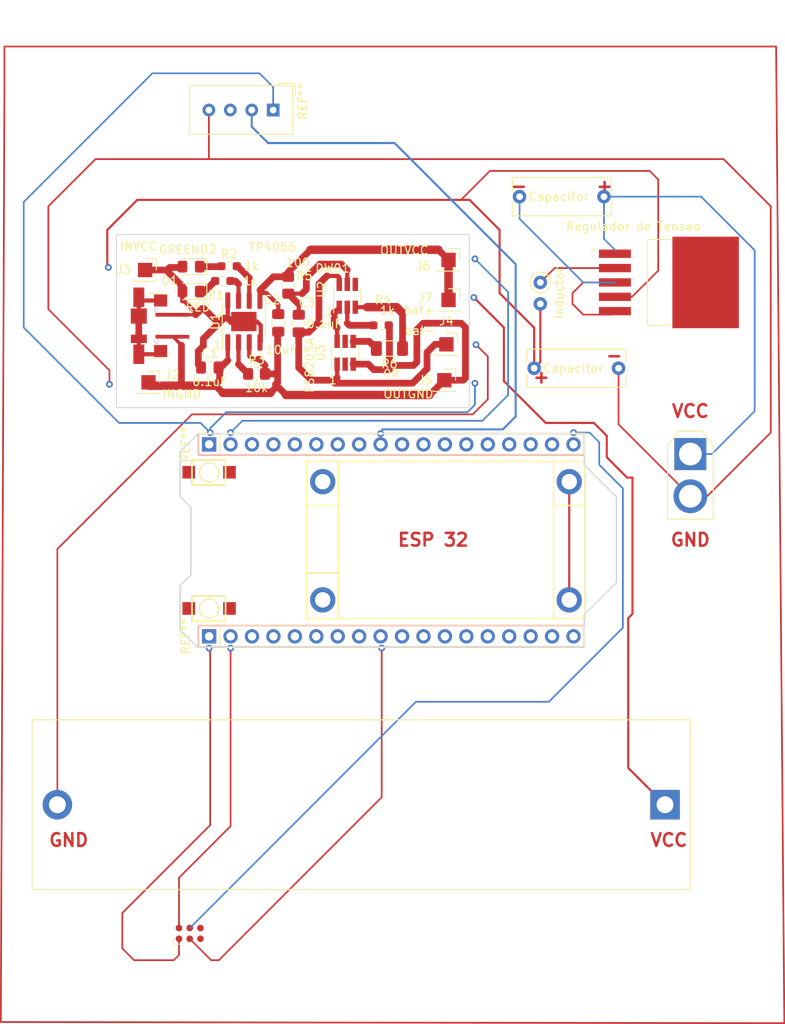
<source format=kicad_pcb>
(kicad_pcb (version 20211014) (generator pcbnew)
  (title_block (title "Layout PCB ESP32 Lora OLED TP4056 LM2096") (date "06/04/2021") (rev "Rafael Pascale"))
  (layers (0 "F.Cu" signal) (31 "B.Cu" signal) (34 "B.Paste" user) (35 "F.Paste" user) (36 "B.SilkS" user "B.Silkscreen") (37 "F.SilkS" user "F.Silkscreen") (38 "B.Mask" user) (39 "F.Mask" user) (44 "Edge.Cuts" user))
  (net 0 "")
  (net 1 "GND")
  (net 2 "BAT+")
  (net 3 "Net-(R1-Pad2)")
  (net 4 "Net-(D1-Pad1)")
  (net 5 "VIN")
  (net 6 "Net-(D2-Pad1)")
  (net 7 "Net-(C3-Pad1)")
  (net 8 "Net-(R2-Pad2)")
  (net 9 "Net-(R4-Pad2)")
  (net 10 "Net-(R3-Pad1)")
  (net 11 "BAT-")
  (net 13 "/OC")
  (net 16 "/G2")
  (net 17 "/G1")
  (net 18 "unconnected-(J1-Pad6)")
  (footprint "Connector_PinSocket_2.54mm:PinSocket_1x18_P2.54mm_Vertical" (layer "F.Cu") (at 76.327 78.867 90)
    (fp_text reference "REF**")
    (fp_text value "PinSocket_1x18_P2.54mm_Vertical")
  )
  (footprint "Connector_PinSocket_2.54mm:PinSocket_1x18_P2.54mm_Vertical" (layer "F.Cu") (at 76.327 101.6 90)
    (fp_text reference "REF**")
    (fp_text value "PinSocket_1x18_P2.54mm_Vertical")
  )
  (footprint "Connector_PinSocket_2.54mm:PinSocket_1x01_P2.54mm_Vertical" (layer "F.Cu") (at 104.1948 71.269)
    (fp_text reference "J5")
    (fp_text value "Conn_01x01_Female" hide)
  )
  (footprint "Resistor_SMD:R_0603_1608Metric_Pad0.98x0.95mm_HandSolder" (layer "F.Cu") (at 96.6948 64.769 180)
    (fp_text reference "R4")
    (fp_text value "1k")
  )
  (footprint "LM2596S-5:TO170P1524X483-6N" (layer "F.Cu") (at 130.81 59.69)
    (fp_text reference "Regulador de Tensao ")
    (fp_text value "LM2596S-5")
  )
  (footprint "Package_TO_SOT_SMD:SOT-23-6_Handsoldering" (layer "F.Cu") (at 92.6948 61.269 90)
    (fp_text reference "U2")
    (fp_text value "DW01")
  )
  (footprint "Connector_PinSocket_2.54mm:PinSocket_1x01_P2.54mm_Vertical" (layer "F.Cu") (at 104.4448 67.019)
    (fp_text reference "J4")
    (fp_text value "Conn_01x01_Female" hide)
  )
  (footprint "TACK_SWITCH_3X4X2_1" (layer "F.Cu") (at 74.295 83.693)
    (fp_text reference "S2" hide)
    (fp_text value "BTN-0" hide)
  )
  (footprint "TACK_SWITCH_3X4X2_1" (layer "F.Cu") (at 74.295 99.822)
    (fp_text reference "S1" hide)
    (fp_text value "RESET" hide)
  )
  (footprint "Package_SO:SOIC-8-1EP_3.9x4.9mm_P1.27mm_EP2.29x3mm" (layer "F.Cu") (at 80.4448 64.319 90)
    (fp_text reference "U1")
    (fp_text value "TP4056")
  )
  (footprint "Connector_PinSocket_2.54mm:PinSocket_1x01_P2.54mm_Vertical" (layer "F.Cu") (at 104.6948 57.019)
    (fp_text reference "J6")
    (fp_text value "Conn_01x01_Female" hide)
  )
  (footprint "Resistor_SMD:R_0603_1608Metric_Pad0.98x0.95mm_HandSolder" (layer "F.Cu") (at 78.6948 57.769)
    (fp_text reference "R2")
    (fp_text value "1k")
  )
  (footprint "Resistor_SMD:R_1206_3216Metric_Pad1.30x1.75mm_HandSolder" (layer "F.Cu") (at 97.6948 67.519 180)
    (fp_text reference "R6")
    (fp_text value "0R")
  )
  (footprint "Sensor:Aosong_DHT11_5.5x12.0_P2.54mm" (layer "F.Cu") (at 83.9175 39.2725 -90)
    (fp_text reference "REF**")
    (fp_text value "Aosong_DHT11_5.5x12.0_P2.54mm")
  )
  (footprint "Connector_PinSocket_2.54mm:PinSocket_1x01_P2.54mm_Vertical" (layer "F.Cu") (at 104.6948 61.769)
    (fp_text reference "J7")
    (fp_text value "Conn_01x01_Female" hide)
  )
  (footprint "Capacitor_SMD:C_0805_2012Metric_Pad1.18x1.45mm_HandSolder" (layer "F.Cu") (at 76.4073 69.769)
    (fp_text reference "C1")
    (fp_text value "0.1uF")
  )
  (footprint "" (layer "F.Cu") (at 118.999 97.282)
    (fp_text reference "")
    (fp_text value "")
  )
  (footprint "LED_SMD:LED_0805_2012Metric_Pad1.15x1.40mm_HandSolder" (layer "F.Cu") (at 74.1948 60.769 180)
    (fp_text reference "D1")
    (fp_text value "RED")
  )
  (footprint "Resistor_SMD:R_0805_2012Metric_Pad1.20x1.40mm_HandSolder" (layer "F.Cu") (at 85.6948 60.019 -90)
    (fp_text reference "R5")
    (fp_text value "100")
  )
  (footprint "Connector_PinSocket_2.54mm:PinSocket_1x01_P2.54mm_Vertical" (layer "F.Cu") (at 69.1448 71.519)
    (fp_text reference "J2")
    (fp_text value "Conn_01x01_Female" hide)
  )
  (footprint "" (layer "F.Cu") (at 118.999 83.2866)
    (fp_text reference "")
    (fp_text value "")
  )
  (footprint "Capacitor_SMD:C_0805_2012Metric_Pad1.18x1.45mm_HandSolder" (layer "F.Cu") (at 84.5198 64.4815 -90)
    (fp_text reference "C2")
    (fp_text value "10uF")
  )
  (footprint "Resistor_SMD:R_0805_2012Metric_Pad1.20x1.40mm_HandSolder" (layer "F.Cu") (at 81.9448 70.519)
    (fp_text reference "R3")
    (fp_text value "10k")
  )
  (footprint "Resistor_SMD:R_0603_1608Metric_Pad0.98x0.95mm_HandSolder" (layer "F.Cu") (at 77.9448 59.519)
    (fp_text reference "R1")
    (fp_text value "1k")
  )
  (footprint "Inductor_THT:L_Axial_L5.3mm_D2.2mm_P2.54mm_Vertical_Vishay_IM-1" (layer "F.Cu") (at 115.57 59.69 -90)
    (fp_text reference "Inductor")
    (fp_text value "33uF")
  )
  (footprint "Connector_PinSocket_2.54mm:PinSocket_1x01_P2.54mm_Vertical" (layer "F.Cu") (at 68.7448 58.219)
    (fp_text reference "J3")
    (fp_text value "Conn_01x01_Female" hide)
  )
  (footprint "Capacitor_SMD:C_0805_2012Metric_Pad1.18x1.45mm_HandSolder" (layer "F.Cu") (at 86.9448 64.5565 -90)
    (fp_text reference "C3")
    (fp_text value "0.1uF")
  )
  (footprint "Capacitor_THT:C_Rect_L11.5mm_W4.3mm_P10.00mm_MKT" (layer "F.Cu") (at 114.84 69.85)
    (fp_text reference "Capacitor ")
    (fp_text value "220nF")
  )
  (footprint "Package_TO_SOT_SMD:SOT-23-6_Handsoldering" (layer "F.Cu") (at 92.4448 68.019 90)
    (fp_text reference "U3")
    (fp_text value "FS8205A")
  )
  (footprint "LED_SMD:LED_0805_2012Metric_Pad1.15x1.40mm_HandSolder" (layer "F.Cu") (at 74.1948 57.819 180)
    (fp_text reference "D2")
    (fp_text value "GREEN")
  )
  (footprint "" (layer "F.Cu") (at 89.789 83.2866)
    (fp_text reference "")
    (fp_text value "")
  )
  (footprint "" (layer "F.Cu") (at 89.789 97.282)
    (fp_text reference "")
    (fp_text value "")
  )
  (footprint "Battery:BatteryHolder_MPD_BH-18650-PC2" (layer "F.Cu") (at 130.3483 121.539 180)
    (fp_text reference "REF**" hide)
    (fp_text value "Bateria 18650")
  )
  (footprint "Connector_AMASS:AMASS_XT30U-F_1x02_P5.0mm_Vertical" (layer "F.Cu") (at 133.35 80.01 -90)
    (fp_text reference "REF**" hide)
    (fp_text value "Conector da Alimentação")
  )
  (footprint "Capacitor_THT:C_Rect_L11.5mm_W4.3mm_P10.00mm_MKT" (layer "F.Cu") (at 113.11 49.53)
    (fp_text reference "Capacitor ")
    (fp_text value "680nF")
  )
  (footprint "usb_footprint:tp4056_USB_Micro-B_Molex_47346-0001_fix" (layer "F.Cu") (at 69.1973 64.819 -90)
    (fp_text reference "J1" hide)
    (fp_text value "USB_B_Micro" hide)
  )
  (footprint "Connector:Tag-Connect_TC2030-IDC-NL_2x03_P1.27mm_Vertical" (layer "F.Cu") (at 74.0283 136.779)
    (fp_text reference "REF**" hide)
    (fp_text value "Conector Display I2C")
  )
  (footprint "HDR1X18_1" (layer "B.Cu") (at 76.327 101.6 180)
    (fp_text reference "JP2" hide)
    (fp_text value "Header 18" hide)
  )
  (footprint "HDR1X18_1" (layer "B.Cu") (at 76.327 78.867 180)
    (fp_text reference "JP3" hide)
    (fp_text value "Header 18" hide)
  )
  (gr_line (start 52.07 31.75) (end 52.07 36.83) (layer "F.Cu") (width 0.2))
  (gr_line (start 144.484032 147.412392) (end 143.51 31.75) (layer "F.Cu") (width 0.2))
  (gr_line (start 143.51 31.75) (end 52.07 31.75) (layer "F.Cu") (width 0.2))
  (gr_line (start 51.648754 147.273021) (end 144.484032 147.412392) (layer "F.Cu") (width 0.2))
  (gr_line (start 52.07 36.83) (end 51.648754 147.273021) (layer "F.Cu") (width 0.2))
  (gr_line (start 120.8786 99.4918) (end 120.8786 80.899) (layer "F.SilkS") (width 0.1778))
  (gr_line (start 87.884 94.107) (end 91.6432 94.107) (layer "F.SilkS") (width 0.1778))
  (gr_line (start 91.6432 99.4918) (end 91.6432 80.899) (layer "F.SilkS") (width 0.1778))
  (gr_line (start 87.884 80.899) (end 120.8786 80.899) (layer "F.SilkS") (width 0.1778))
  (gr_line (start 117.1448 99.4918) (end 117.1448 80.899) (layer "F.SilkS") (width 0.1778))
  (gr_line (start 117.1448 86.106) (end 120.8786 86.106) (layer "F.SilkS") (width 0.1778))
  (gr_line (start 87.884 99.4918) (end 120.8786 99.4918) (layer "F.SilkS") (width 0.1778))
  (gr_line (start 87.884 99.4918) (end 87.884 80.899) (layer "F.SilkS") (width 0.1778))
  (gr_line (start 87.884 86.106) (end 91.6432 86.106) (layer "F.SilkS") (width 0.1778))
  (gr_rect (start 65.3448 54.019) (end 107.1448 74.519) (layer "Edge.Cuts") (width 0.1) (fill none))
  (gr_line (start 75.057 77.597) (end 120.777 77.597) (layer "Edge.Cuts") (width 0.1524))
  (gr_line (start 72.898 100.838) (end 72.898 95.5802) (layer "Edge.Cuts") (width 0.1524))
  (gr_line (start 74.168 94.3102) (end 74.168 86.3092) (layer "Edge.Cuts") (width 0.1524))
  (gr_line (start 72.898 79.756) (end 75.057 77.597) (layer "Edge.Cuts") (width 0.1524))
  (gr_line (start 120.777 81.28) (end 120.777 77.597) (layer "Edge.Cuts") (width 0.1524))
  (gr_line (start 72.898 85.0392) (end 72.898 79.756) (layer "Edge.Cuts") (width 0.1524))
  (gr_line (start 72.898 95.5802) (end 74.168 94.3102) (layer "Edge.Cuts") (width 0.1524))
  (gr_line (start 72.898 85.0392) (end 74.168 86.3092) (layer "Edge.Cuts") (width 0.1524))
  (gr_line (start 124.587 95.25) (end 124.587 85.09) (layer "Edge.Cuts") (width 0.1524))
  (gr_line (start 120.777 81.28) (end 124.587 85.09) (layer "Edge.Cuts") (width 0.1524))
  (gr_line (start 72.898 100.838) (end 74.93 102.87) (layer "Edge.Cuts") (width 0.1524))
  (gr_line (start 120.777 102.87) (end 120.777 99.06) (layer "Edge.Cuts") (width 0.1524))
  (gr_line (start 74.93 102.87) (end 120.777 102.87) (layer "Edge.Cuts") (width 0.1524))
  (gr_line (start 120.777 99.06) (end 124.587 95.25) (layer "Edge.Cuts") (width 0.1524))
  (gr_text "+\n" (at 115.697 70.866) (layer "F.Cu") (effects (font (size 1.5 1.5) (thickness 0.3))))
  (gr_text "GND" (at 59.69 125.73) (layer "F.Cu") (effects (font (size 1.5 1.5) (thickness 0.3))))
  (gr_text "-\n" (at 124.333 68.326) (layer "F.Cu") (effects (font (size 1.5 1.5) (thickness 0.3))))
  (gr_text "+" (at 123.19 48.26) (layer "F.Cu") (effects (font (size 1.5 1.5) (thickness 0.3))))
  (gr_text "-\n" (at 113.03 48.26) (layer "F.Cu") (effects (font (size 1.5 1.5) (thickness 0.3))))
  (gr_text "GND" (at 133.35 90.17) (layer "F.Cu") (effects (font (size 1.5 1.5) (thickness 0.3))))
  (gr_text "VCC" (at 130.81 125.73) (layer "F.Cu") (effects (font (size 1.5 1.5) (thickness 0.3))))
  (gr_text "ESP 32" (at 102.87 90.17) (layer "F.Cu") (effects (font (size 1.5 1.5) (thickness 0.3))))
  (gr_text "VCC" (at 133.35 74.93) (layer "F.Cu") (effects (font (size 1.5 1.5) (thickness 0.3))))
  (gr_text "1" (at 77.3348 66.979) (layer "F.SilkS") (effects (font (size 1 1))))
  (gr_text "OUTVCC" (at 99.4448 55.889) (layer "F.SilkS") (effects (font (size 1 1))))
  (gr_text "1" (at 90.5548 63.219) (layer "F.SilkS") (effects (font (size 1 1))))
  (gr_text "bat+" (at 101.2248 62.959) (layer "F.SilkS") (effects (font (size 1 1))))
  (gr_text "1" (at 90.9748 71.249) (layer "F.SilkS") (effects (font (size 1 1))))
  (gr_text "OUTGND" (at 99.9448 72.899) (layer "F.SilkS") (effects (font (size 1 1))))
  (gr_text "INGND" (at 73.0748 72.939) (layer "F.SilkS") (effects (font (size 1 1))))
  (gr_text "INVCC" (at 67.9648 55.419) (layer "F.SilkS") (effects (font (size 1 1))))
  (gr_text "bat-" (at 101.3048 65.399) (layer "F.SilkS") (effects (font (size 1 1))))
  (segment (start 76.327 102.997) (end 76.581 102.997) (width 0.2) (layer "F.Cu") (net 0))
  (segment (start 64.262 57.785) (end 64.389 57.912) (width 0.25) (layer "F.Cu") (net 0))
  (segment (start 125.984 117.1747) (end 130.3483 121.539) (width 0.25) (layer "F.Cu") (net 0))
  (segment (start 137.287 45.085) (end 76.327 45.085) (width 0.2) (layer "F.Cu") (net 0))
  (segment (start 111.252 71.374) (end 116.205 76.327) (width 0.25) (layer "F.Cu") (net 0))
  (segment (start 129.54 58.293) (end 129.54 47.498) (width 0.2) (layer "F.Cu") (net 0))
  (segment (start 66.04 134.366) (end 76.454 123.952) (width 0.2) (layer "F.Cu") (net 0))
  (segment (start 64.516 70.104) (end 64.516 71.755) (width 0.2) (layer "F.Cu") (net 0))
  (segment (start 124.41 59.69) (end 120.65 59.69) (width 0.2) (layer "F.Cu") (net 0))
  (segment (start 126.492 98.933) (end 125.984 99.441) (width 0.25) (layer "F.Cu") (net 0))
  (segment (start 142.875 50.673) (end 137.287 45.085) (width 0.2) (layer "F.Cu") (net 0))
  (segment (start 78.867 124.079) (end 72.7583 130.1877) (width 0.2) (layer "F.Cu") (net 0))
  (segment (start 128.524 46.482) (end 109.601 46.482) (width 0.2) (layer "F.Cu") (net 0))
  (segment (start 117.27 57.99) (end 115.57 59.69) (width 0.2) (layer "F.Cu") (net 0))
  (segment (start 72.7583 139.3317) (end 72.136 139.954) (width 0.2) (layer "F.Cu") (net 0))
  (segment (start 124.84 76.5) (end 133.35 85.01) (width 0.2) (layer "F.Cu") (net 0))
  (segment (start 133.35 85.01) (end 135.335 85.01) (width 0.2) (layer "F.Cu") (net 0))
  (segment (start 142.875 77.47) (end 142.875 50.673) (width 0.2) (layer "F.Cu") (net 0))
  (segment (start 126.492 82.804) (end 126.492 98.933) (width 0.25) (layer "F.Cu") (net 0))
  (segment (start 121.92 76.327) (end 123.444 77.851) (width 0.25) (layer "F.Cu") (net 0))
  (segment (start 124 63.5) (end 124.41 63.09) (width 0.2) (layer "F.Cu") (net 0))
  (segment (start 76.2975 39.2725) (end 76.2975 45.0555) (width 0.2) (layer "F.Cu") (net 0))
  (segment (start 72.7583 137.414) (end 72.7583 139.3317) (width 0.2) (layer "F.Cu") (net 0))
  (segment (start 107.696 61.468) (end 111.252 65.024) (width 0.25) (layer "F.Cu") (net 0))
  (segment (start 109.347 68.453) (end 109.347 73.533) (width 0.2) (layer "F.Cu") (net 0))
  (segment (start 125.984 99.441) (end 125.984 117.1747) (width 0.25) (layer "F.Cu") (net 0))
  (segment (start 111.252 65.024) (end 111.252 71.374) (width 0.25) (layer "F.Cu") (net 0))
  (segment (start 76.454 103.124) (end 76.327 102.997) (width 0.2) (layer "F.Cu") (net 0))
  (segment (start 135.335 85.01) (end 142.875 77.47) (width 0.2) (layer "F.Cu") (net 0))
  (segment (start 76.5683 139.954) (end 74.0283 137.414) (width 0.2) (layer "F.Cu") (net 0))
  (segment (start 126.443 61.39) (end 129.54 58.293) (width 0.2) (layer "F.Cu") (net 0))
  (segment (start 124.41 57.99) (end 117.27 57.99) (width 0.2) (layer "F.Cu") (net 0))
  (segment (start 114.84 65.056) (end 110.744 60.96) (width 0.25) (layer "F.Cu") (net 0))
  (segment (start 120.65 59.69) (end 119.38 60.96) (width 0.2) (layer "F.Cu") (net 0))
  (segment (start 109.347 73.533) (end 107.569 75.311) (width 0.2) (layer "F.Cu") (net 0))
  (segment (start 125.857 82.804) (end 126.492 82.804) (width 0.25) (layer "F.Cu") (net 0))
  (segment (start 62.865 45.085) (end 57.277 50.673) (width 0.2) (layer "F.Cu") (net 0))
  (segment (start 123.444 77.851) (end 123.444 80.391) (width 0.25) (layer "F.Cu") (net 0))
  (segment (start 57.277 50.673) (end 57.277 62.865) (width 0.2) (layer "F.Cu") (net 0))
  (segment (start 67.818 49.911) (end 64.262 53.467) (width 0.25) (layer "F.Cu") (net 0))
  (segment (start 76.2975 45.0555) (end 76.327 45.085) (width 0.2) (layer "F.Cu") (net 0))
  (segment (start 115.57 69.12) (end 114.84 69.85) (width 0.25) (layer "F.Cu") (net 0))
  (segment (start 58.166 121.3567) (end 58.3483 121.539) (width 0.2) (layer "F.Cu") (net 0))
  (segment (start 123.444 80.391) (end 125.857 82.804) (width 0.25) (layer "F.Cu") (net 0))
  (segment (start 110.744 53.467) (end 107.188 49.911) (width 0.25) (layer "F.Cu") (net 0))
  (segment (start 96.774 102.997) (end 96.774 120.65) (width 0.2) (layer "F.Cu") (net 0))
  (segment (start 107.95 67.056) (end 109.347 68.453) (width 0.2) (layer "F.Cu") (net 0))
  (segment (start 107.569 75.311) (end 74.295 75.311) (width 0.2) (layer "F.Cu") (net 0))
  (segment (start 109.601 46.482) (end 106.172 49.911) (width 0.2) (layer "F.Cu") (net 0))
  (segment (start 110.744 60.96) (end 110.744 53.467) (width 0.25) (layer "F.Cu") (net 0))
  (segment (start 72.136 139.954) (end 67.437 139.954) (width 0.2) (layer "F.Cu") (net 0))
  (segment (start 96.774 120.65) (end 77.47 139.954) (width 0.2) (layer "F.Cu") (net 0))
  (segment (start 57.277 62.865) (end 64.516 70.104) (width 0.2) (layer "F.Cu") (net 0))
  (segment (start 78.867 102.997) (end 78.867 124.079) (width 0.2) (layer "F.Cu") (net 0))
  (segment (start 58.3483 91.2577) (end 58.3483 121.539) (width 0.2) (layer "F.Cu") (net 0))
  (segment (start 106.172 49.911) (end 67.818 49.911) (width 0.25) (layer "F.Cu") (net 0))
  (segment (start 124.84 69.85) (end 124.84 76.5) (width 0.2) (layer "F.Cu") (net 0))
  (segment (start 107.188 49.911) (end 106.172 49.911) (width 0.25) (layer "F.Cu") (net 0))
  (segment (start 76.454 123.952) (end 76.454 103.124) (width 0.2) (layer "F.Cu") (net 0))
  (segment (start 67.437 139.954) (end 66.04 138.557) (width 0.2) (layer "F.Cu") (net 0))
  (segment (start 129.54 47.498) (end 128.524 46.482) (width 0.2) (layer "F.Cu") (net 0))
  (segment (start 72.7583 130.1877) (end 72.7583 136.144) (width 0.2) (layer "F.Cu") (net 0))
  (segment (start 124.41 61.39) (end 126.443 61.39) (width 0.2) (layer "F.Cu") (net 0))
  (segment (start 120.65 63.5) (end 124 63.5) (width 0.2) (layer "F.Cu") (net 0))
  (segment (start 115.57 62.23) (end 115.57 69.12) (width 0.25) (layer "F.Cu") (net 0))
  (segment (start 114.84 69.85) (end 114.84 65.056) (width 0.25) (layer "F.Cu") (net 0))
  (segment (start 76.327 45.085) (end 62.865 45.085) (width 0.2) (layer "F.Cu") (net 0))
  (segment (start 116.205 76.327) (end 121.92 76.327) (width 0.25) (layer "F.Cu") (net 0))
  (segment (start 77.47 139.954) (end 76.5683 139.954) (width 0.2) (layer "F.Cu") (net 0))
  (segment (start 119.38 62.23) (end 120.65 63.5) (width 0.2) (layer "F.Cu") (net 0))
  (segment (start 66.04 138.557) (end 66.04 134.366) (width 0.2) (layer "F.Cu") (net 0))
  (segment (start 64.262 53.467) (end 64.262 57.785) (width 0.25) (layer "F.Cu") (net 0))
  (segment (start 119.38 60.96) (end 119.38 62.23) (width 0.2) (layer "F.Cu") (net 0))
  (segment (start 74.295 75.311) (end 58.3483 91.2577) (width 0.2) (layer "F.Cu") (net 0))
  (via (at 64.389 57.912) (size 0.8) (drill 0.4) (layers "F.Cu" "B.Cu") (net 0))
  (via (at 107.696 61.468) (size 0.8) (drill 0.4) (layers "F.Cu" "B.Cu") (net 0))
  (via (at 107.95 67.056) (size 0.8) (drill 0.4) (layers "F.Cu" "B.Cu") (net 0))
  (via (at 119.507 77.47) (size 0.8) (drill 0.4) (layers "F.Cu" "B.Cu") (net 0))
  (via (at 78.867 102.997) (size 0.8) (drill 0.4) (layers "F.Cu" "B.Cu") (net 0))
  (via (at 107.823 71.628) (size 0.8) (drill 0.4) (layers "F.Cu" "B.Cu") (net 0))
  (via (at 107.823 56.896) (size 0.8) (drill 0.4) (layers "F.Cu" "B.Cu") (net 0))
  (via (at 64.516 71.755) (size 0.8) (drill 0.4) (layers "F.Cu" "B.Cu") (net 0))
  (via (at 76.327 102.997) (size 0.8) (drill 0.4) (layers "F.Cu" "B.Cu") (net 0))
  (via (at 96.647 77.597) (size 0.8) (drill 0.4) (layers "F.Cu" "B.Cu") (net 0))
  (via (at 78.867 77.47) (size 0.8) (drill 0.4) (layers "F.Cu" "B.Cu") (net 0))
  (via (at 96.774 102.997) (size 0.8) (drill 0.4) (layers "F.Cu" "B.Cu") (net 0))
  (via (at 76.454 77.47) (size 0.8) (drill 0.4) (layers "F.Cu" "B.Cu") (net 0))
  (via (at 76.2 78.867) (size 0.8) (drill 0.4) (layers "F.Cu" "B.Cu") (net 0))
  (segment (start 54.356 65.024) (end 54.356 50.165) (width 0.2) (layer "B.Cu") (net 0))
  (segment (start 78.867 77.47) (end 80.264 76.073) (width 0.2) (layer "B.Cu") (net 0))
  (segment (start 116.586 109.347) (end 100.838 109.347) (width 0.2) (layer "B.Cu") (net 0))
  (segment (start 123.11 49.53) (end 123.11 54.53) (width 0.2) (layer "B.Cu") (net 0))
  (segment (start 134.62 49.53) (end 140.97 55.88) (width 0.2) (layer "B.Cu") (net 0))
  (segment (start 107.823 71.628) (end 107.823 74.168) (width 0.2) (layer "B.Cu") (net 0))
  (segment (start 76.581 77.47) (end 76.454 77.47) (width 0.2) (layer "B.Cu") (net 0))
  (segment (start 113.11 49.53) (end 113.11 52.15) (width 0.2) (layer "B.Cu") (net 0))
  (segment (start 111.125 77.089) (end 108.331 77.089) (width 0.25) (layer "B.Cu") (net 0))
  (segment (start 65.659 76.327) (end 54.356 65.024) (width 0.2) (layer "B.Cu") (net 0))
  (segment (start 78.359 75.057) (end 76.454 76.962) (width 0.2) (layer "B.Cu") (net 0))
  (segment (start 112.649 57.531) (end 112.649 75.565) (width 0.25) (layer "B.Cu") (net 0))
  (segment (start 82.296 34.925) (end 83.9175 36.5465) (width 0.2) (layer "B.Cu") (net 0))
  (segment (start 120.65 59.69) (end 124.46 59.69) (width 0.2) (layer "B.Cu") (net 0))
  (segment (start 96.901 77.089) (end 108.331 77.089) (width 0.25) (layer "B.Cu") (net 0))
  (segment (start 111.76 73.025) (end 111.76 60.833) (width 0.2) (layer "B.Cu") (net 0))
  (segment (start 123.11 49.53) (end 134.62 49.53) (width 0.2) (layer "B.Cu") (net 0))
  (segment (start 69.596 34.925) (end 82.296 34.925) (width 0.2) (layer "B.Cu") (net 0))
  (segment (start 75.311 76.327) (end 65.659 76.327) (width 0.2) (layer "B.Cu") (net 0))
  (segment (start 106.934 75.057) (end 78.359 75.057) (width 0.2) (layer "B.Cu") (net 0))
  (segment (start 112.649 75.565) (end 111.125 77.089) (width 0.25) (layer "B.Cu") (net 0))
  (segment (start 83.312 43.18) (end 98.298 43.18) (width 0.25) (layer "B.Cu") (net 0))
  (segment (start 76.454 77.343) (end 76.581 77.47) (width 0.2) (layer "B.Cu") (net 0))
  (segment (start 76.454 76.962) (end 76.454 77.47) (width 0.2) (layer "B.Cu") (net 0))
  (segment (start 121.412 77.47) (end 122.555 78.613) (width 0.2) (layer "B.Cu") (net 0))
  (segment (start 108.331 77.089) (end 108.712 77.089) (width 0.25) (layer "B.Cu") (net 0))
  (segment (start 135.89 80.01) (end 133.35 80.01) (width 0.2) (layer "B.Cu") (net 0))
  (segment (start 81.3775 39.2725) (end 81.3775 41.2455) (width 0.25) (layer "B.Cu") (net 0))
  (segment (start 119.507 77.47) (end 121.412 77.47) (width 0.2) (layer "B.Cu") (net 0))
  (segment (start 100.838 109.347) (end 74.041 136.144) (width 0.2) (layer "B.Cu") (net 0))
  (segment (start 113.11 52.15) (end 120.65 59.69) (width 0.2) (layer "B.Cu") (net 0))
  (segment (start 81.3775 41.2455) (end 83.312 43.18) (width 0.25) (layer "B.Cu") (net 0))
  (segment (start 122.555 78.613) (end 122.555 81.28) (width 0.2) (layer "B.Cu") (net 0))
  (segment (start 140.97 55.88) (end 140.97 74.93) (width 0.2) (layer "B.Cu") (net 0))
  (segment (start 107.823 74.168) (end 106.934 75.057) (width 0.2) (layer "B.Cu") (net 0))
  (segment (start 123.11 54.53) (end 124.46 55.88) (width 0.2) (layer "B.Cu") (net 0))
  (segment (start 111.76 60.833) (end 107.823 56.896) (width 0.2) (layer "B.Cu") (net 0))
  (segment (start 80.264 76.073) (end 108.712 76.073) (width 0.2) (layer "B.Cu") (net 0))
  (segment (start 54.356 50.165) (end 69.596 34.925) (width 0.2) (layer "B.Cu") (net 0))
  (segment (start 125.349 84.074) (end 125.349 100.584) (width 0.2) (layer "B.Cu") (net 0))
  (segment (start 76.454 77.47) (end 75.311 76.327) (width 0.2) (layer "B.Cu") (net 0))
  (segment (start 108.712 76.073) (end 111.76 73.025) (width 0.2) (layer "B.Cu") (net 0))
  (segment (start 96.774 77.216) (end 96.901 77.089) (width 0.25) (layer "B.Cu") (net 0))
  (segment (start 98.298 43.18) (end 112.649 57.531) (width 0.25) (layer "B.Cu") (net 0))
  (segment (start 122.555 81.28) (end 125.349 84.074) (width 0.2) (layer "B.Cu") (net 0))
  (segment (start 140.97 74.93) (end 135.89 80.01) (width 0.2) (layer "B.Cu") (net 0))
  (segment (start 125.349 100.584) (end 116.586 109.347) (width 0.2) (layer "B.Cu") (net 0))
  (segment (start 83.9175 36.5465) (end 83.9175 39.2725) (width 0.2) (layer "B.Cu") (net 0))
  (segment (start 97.6948 64.8565) (end 97.6073 64.769) (width 0.5) (layer "F.Cu") (net 1))
  (segment (start 77.9448 72.769) (end 83.5948 72.769) (width 1) (layer "F.Cu") (net 1))
  (segment (start 95.1948 69.369) (end 95.8448 70.019) (width 0.8) (layer "F.Cu") (net 1))
  (segment (start 81.4448 68.769) (end 81.0798 68.404) (width 0.5) (layer "F.Cu") (net 1))
  (segment (start 77.5748 71.279) (end 77.5748 69.899) (width 0.8) (layer "F.Cu") (net 1))
  (segment (start 77.0948 71.759) (end 77.5748 71.279) (width 0.8) (layer "F.Cu") (net 1))
  (segment (start 97.6948 69.519) (end 100.5448 69.519) (width 0.8) (layer "F.Cu") (net 1))
  (segment (start 97.6073 64.769) (end 97.69432 64.85602) (width 0.4) (layer "F.Cu") (net 1))
  (segment (start 100.5448 69.519) (end 100.9448 69.119) (width 0.8) (layer "F.Cu") (net 1))
  (segment (start 69.1448 71.919) (end 72.6448 71.919) (width 1) (layer "F.Cu") (net 1))
  (segment (start 73.0448 67.119) (end 73.0448 71.519) (width 0.8) (layer "F.Cu") (net 1))
  (segment (start 100.9448 65.269) (end 101.6948 64.519) (width 0.8) (layer "F.Cu") (net 1))
  (segment (start 78.5398 68.924) (end 77.4448 70.019) (width 0.8) (layer "F.Cu") (net 1))
  (segment (start 84.4448 70.269) (end 84.4448 65.594) (width 0.8) (layer "F.Cu") (net 1))
  (segment (start 81.0798 68.404) (end 81.0798 66.794) (width 0.5) (layer "F.Cu") (net 1))
  (segment (start 77.5748 69.899) (end 77.4448 69.769) (width 0.8) (layer "F.Cu") (net 1))
  (segment (start 84.1948 70.519) (end 84.4448 70.269) (width 0.5) (layer "F.Cu") (net 1))
  (segment (start 106.1948 64.519) (end 106.6948 65.019) (width 0.8) (layer "F.Cu") (net 1))
  (segment (start 84.4448 71.519) (end 84.4448 70.269) (width 0.8) (layer "F.Cu") (net 1))
  (segment (start 72.6448 71.919) (end 73.4448 71.919) (width 1) (layer "F.Cu") (net 1))
  (segment (start 82.9448 69.519) (end 82.1948 68.769) (width 0.8) (layer "F.Cu") (net 1))
  (segment (start 77.0948 71.919) (end 77.4448 72.269) (width 0.8) (layer "F.Cu") (net 1))
  (segment (start 101.6948 64.519) (end 106.1948 64.519) (width 0.8) (layer "F.Cu") (net 1))
  (segment (start 102.4448 73.019) (end 104.1948 71.269) (width 0.8) (layer "F.Cu") (net 1))
  (segment (start 84.4448 65.594) (end 84.5198 65.519) (width 0.5) (layer "F.Cu") (net 1))
  (segment (start 106.6948 71.019) (end 106.4448 71.269) (width 0.8) (layer "F.Cu") (net 1))
  (segment (start 106.6948 65.019) (end 106.6948 70.9782) (width 0.8) (layer "F.Cu") (net 1))
  (segment (start 71.9673 66.119) (end 72.0448 66.119) (width 0.4) (layer "F.Cu") (net 1))
  (segment (start 97.6948 69.519) (end 97.6948 64.8565) (width 0.8) (layer "F.Cu") (net 1))
  (segment (start 82.9448 70.519) (end 82.9448 69.519) (width 0.5) (layer "F.Cu") (net 1))
  (segment (start 82.1948 68.769) (end 81.4448 68.769) (width 0.5) (layer "F.Cu") (net 1))
  (segment (start 82.9448 70.519) (end 84.1948 70.519) (width 0.8) (layer "F.Cu") (net 1))
  (segment (start 95.8448 70.019) (end 97.6948 70.019) (width 0.8) (layer "F.Cu") (net 1))
  (segment (start 73.4448 71.919) (end 77.0948 71.919) (width 1) (layer "F.Cu") (net 1))
  (segment (start 106.4448 71.269) (end 104.1948 71.269) (width 0.8) (layer "F.Cu") (net 1))
  (segment (start 77.0948 71.919) (end 77.0948 71.759) (width 0.8) (layer "F.Cu") (net 1))
  (segment (start 77.4448 72.269) (end 77.9448 72.769) (width 0.8) (layer "F.Cu") (net 1))
  (segment (start 83.5948 72.769) (end 84.1948 72.169) (width 0.8) (layer "F.Cu") (net 1))
  (segment (start 85.4448 73.019) (end 102.4448 73.019) (width 1) (layer "F.Cu") (net 1))
  (segment (start 72.0448 66.119) (end 73.0448 67.119) (width 0.4) (layer "F.Cu") (net 1))
  (segment (start 97.6948 70.019) (end 97.6948 69.519) (width 0.5) (layer "F.Cu") (net 1))
  (segment (start 93.3948 69.369) (end 95.1948 69.369) (width 0.8) (layer "F.Cu") (net 1))
  (segment (start 84.1948 72.169) (end 84.1948 71.769) (width 0.5) (layer "F.Cu") (net 1))
  (segment (start 84.1948 71.769) (end 84.4448 71.519) (width 0.8) (layer "F.Cu") (net 1))
  (segment (start 100.9448 69.119) (end 100.9448 65.269) (width 0.8) (layer "F.Cu") (net 1))
  (segment (start 106.6948 70.9782) (end 106.6948 71.019) (width 0.8) (layer "F.Cu") (net 1))
  (segment (start 78.5398 66.794) (end 78.5398 68.924) (width 0.5) (layer "F.Cu") (net 1))
  (segment (start 84.1948 71.769) (end 85.4448 73.019) (width 0.8) (layer "F.Cu") (net 1))
  (segment (start 73.0448 71.519) (end 72.6448 71.919) (width 0.4) (layer "F.Cu") (net 1))
  (segment (start 118.999 83.2866) (end 118.999 97.282) (width 0.25) (layer "F.Cu") (net 1))
  (segment (start 82.3498 60.614) (end 83.9448 59.019) (width 0.8) (layer "F.Cu") (net 2))
  (segment (start 83.0998 60.924) (end 82.3498 60.924) (width 0.5) (layer "F.Cu") (net 2))
  (segment (start 82.3498 60.924) (end 82.3498 60.614) (width 0.5) (layer "F.Cu") (net 2))
  (segment (start 84.5198 63.444) (end 84.5198 62.344) (width 0.5) (layer "F.Cu") (net 2))
  (segment (start 85.6948 59.019) (end 85.6948 58.469) (width 0.5) (layer "F.Cu") (net 2))
  (segment (start 83.9448 59.019) (end 85.6948 59.019) (width 0.8) (layer "F.Cu") (net 2))
  (segment (start 104.6948 61.769) (end 104.6948 57.019) (width 1) (layer "F.Cu") (net 2))
  (segment (start 84.5198 62.344) (end 83.0998 60.924) (width 0.5) (layer "F.Cu") (net 2))
  (segment (start 82.3498 60.924) (end 82.3498 61.844) (width 0.5) (layer "F.Cu") (net 2))
  (segment (start 88.3448 55.819) (end 103.4948 55.819) (width 1) (layer "F.Cu") (net 2))
  (segment (start 85.6948 58.469) (end 88.3448 55.819) (width 0.8) (layer "F.Cu") (net 2))
  (segment (start 103.4948 55.819) (end 103.9948 56.319) (width 0.8) (layer "F.Cu") (net 2))
  (segment (start 103.9948 56.319) (end 104.6948 57.019) (width 0.5) (layer "F.Cu") (net 2))
  (segment (start 78.8573 59.519) (end 79.4448 59.519) (width 0.5) (layer "F.Cu") (net 3))
  (segment (start 79.8098 59.884) (end 79.8098 61.844) (width 0.5) (layer "F.Cu") (net 3))
  (segment (start 79.4448 59.519) (end 79.8098 59.884) (width 0.8) (layer "F.Cu") (net 3))
  (segment (start 75.2198 60.769) (end 75.3698 60.919) (width 0.5) (layer "F.Cu") (net 4))
  (segment (start 75.6323 60.919) (end 77.0323 59.519) (width 0.8) (layer "F.Cu") (net 4))
  (segment (start 75.3698 60.919) (end 75.6323 60.919) (width 0.5) (layer "F.Cu") (net 4))
  (segment (start 73.0698 57.919) (end 73.1698 57.819) (width 0.8) (layer "F.Cu") (net 5))
  (segment (start 78.5398 63.914) (end 78.9448 64.319) (width 0.8) (layer "F.Cu") (net 5))
  (segment (start 75.3698 69.769) (end 75.0448 69.444) (width 0.5) (layer "F.Cu") (net 5))
  (segment (start 81.9948 64.319) (end 82.4448 64.769) (width 0.5) (layer "F.Cu") (net 5))
  (segment (start 71.3448 58.219) (end 71.3448 58.319) (width 0.8) (layer "F.Cu") (net 5))
  (segment (start 78.5398 61.844) (end 78.5398 63.914) (width 0.5) (layer "F.Cu") (net 5))
  (segment (start 75.1048 63.159) (end 75.4948 62.769) (width 0.8) (layer "F.Cu") (net 5))
  (segment (start 80.4448 64.319) (end 81.9948 64.319) (width 0.5) (layer "F.Cu") (net 5))
  (segment (start 73.3948 61.919) (end 74.6348 63.159) (width 0.5) (layer "F.Cu") (net 5))
  (segment (start 78.0898 63.914) (end 78.5398 63.914) (width 0.8) (layer "F.Cu") (net 5))
  (segment (start 73.1448 61.919) (end 73.3948 61.919) (width 0.5) (layer "F.Cu") (net 5))
  (segment (start 75.0448 67.819) (end 75.6448 67.219) (width 0.8) (layer "F.Cu") (net 5))
  (segment (start 71.6448 57.919) (end 73.0698 57.919) (width 0.8) (layer "F.Cu") (net 5))
  (segment (start 71.3448 58.219) (end 71.6448 57.919) (width 0.8) (layer "F.Cu") (net 5))
  (segment (start 74.6348 63.159) (end 75.1048 63.159) (width 0.5) (layer "F.Cu") (net 5))
  (segment (start 75.6948 62.769) (end 77.4648 64.539) (width 0.8) (layer "F.Cu") (net 5))
  (segment (start 82.4448 66.699) (end 82.3498 66.794) (width 0.5) (layer "F.Cu") (net 5))
  (segment (start 75.6448 66.359) (end 77.4648 64.539) (width 0.8) (layer "F.Cu") (net 5))
  (segment (start 73.1448 60.794) (end 73.1448 61.919) (width 0.5) (layer "F.Cu") (net 5))
  (segment (start 73.1698 60.144) (end 73.1698 60.769) (width 0.8) (layer "F.Cu") (net 5))
  (segment (start 71.3448 58.319) (end 73.1698 60.144) (width 0.8) (layer "F.Cu") (net 5))
  (segment (start 71.9673 63.519) (end 74.7448 63.519) (width 0.4) (layer "F.Cu") (net 5))
  (segment (start 75.6448 67.219) (end 75.6448 66.359) (width 0.8) (layer "F.Cu") (net 5))
  (segment (start 71.3448 58.219) (end 68.7448 58.219) (width 0.8) (layer "F.Cu") (net 5))
  (segment (start 73.1698 60.769) (end 73.1448 60.794) (width 0.5) (layer "F.Cu") (net 5))
  (segment (start 78.9448 64.319) (end 80.4448 64.319) (width 0.5) (layer "F.Cu") (net 5))
  (segment (start 75.4948 62.769) (end 75.6948 62.769) (width 0.4) (layer "F.Cu") (net 5))
  (segment (start 75.0448 69.444) (end 75.0448 67.819) (width 0.8) (layer "F.Cu") (net 5))
  (segment (start 77.4648 64.539) (end 78.0898 63.914) (width 0.8) (layer "F.Cu") (net 5))
  (segment (start 82.4448 64.769) (end 82.4448 66.699) (width 0.5) (layer "F.Cu") (net 5))
  (segment (start 74.7448 63.519) (end 75.1048 63.159) (width 0.8) (layer "F.Cu") (net 5))
  (segment (start 77.7323 57.819) (end 77.7823 57.769) (width 0.5) (layer "F.Cu") (net 6))
  (segment (start 75.2198 57.819) (end 77.7323 57.819) (width 0.8) (layer "F.Cu") (net 6))
  (segment (start 92.6948 58.21852) (end 91.99528 57.519) (width 0.8) (layer "F.Cu") (net 7))
  (segment (start 86.9448 63.519) (end 86.9448 62.269) (width 0.5) (layer "F.Cu") (net 7))
  (segment (start 87.8448 59.119) (end 87.8448 59.619) (width 0.8) (layer "F.Cu") (net 7))
  (segment (start 91.99528 57.519) (end 89.9448 57.519) (width 0.8) (layer "F.Cu") (net 7))
  (segment (start 89.4448 57.519) (end 87.8448 59.119) (width 0.8) (layer "F.Cu") (net 7))
  (segment (start 86.9448 62.269) (end 85.6948 61.019) (width 0.8) (layer "F.Cu") (net 7))
  (segment (start 87.3448 61.019) (end 85.6948 61.019) (width 0.5) (layer "F.Cu") (net 7))
  (segment (start 92.6948 59.919) (end 92.6948 58.21852) (width 0.5) (layer "F.Cu") (net 7))
  (segment (start 87.8448 60.519) (end 87.3448 61.019) (width 0.8) (layer "F.Cu") (net 7))
  (segment (start 89.9448 57.519) (end 89.4448 57.519) (width 0.8) (layer "F.Cu") (net 7))
  (segment (start 87.8448 59.619) (end 87.8448 60.519) (width 0.8) (layer "F.Cu") (net 7))
  (segment (start 79.6073 57.769) (end 79.6573 57.819) (width 0.5) (layer "F.Cu") (net 8))
  (segment (start 81.0798 59.154) (end 81.0798 61.844) (width 0.5) (layer "F.Cu") (net 8))
  (segment (start 79.6573 57.819) (end 79.7448 57.819) (width 0.5) (layer "F.Cu") (net 8))
  (segment (start 79.7448 57.819) (end 81.0798 59.154) (width 0.8) (layer "F.Cu") (net 8))
  (segment (start 92.9448 64.769) (end 92.6948 64.519) (width 0.8) (layer "F.Cu") (net 9))
  (segment (start 95.7823 64.769) (end 92.9448 64.769) (width 0.8) (layer "F.Cu") (net 9))
  (segment (start 92.6948 64.519) (end 92.6948 62.619) (width 0.5) (layer "F.Cu") (net 9))
  (segment (start 79.8098 69.384) (end 79.8098 66.794) (width 0.5) (layer "F.Cu") (net 10))
  (segment (start 80.9448 70.519) (end 79.8098 69.384) (width 0.8) (layer "F.Cu") (net 10))
  (segment (start 103.0948 67.019) (end 102.1448 67.969) (width 0.8) (layer "F.Cu") (net 11))
  (segment (start 88.1198 65.594) (end 86.9448 65.594) (width 0.8) (layer "F.Cu") (net 11))
  (segment (start 104.4448 67.019) (end 103.0948 67.019) (width 0.8) (layer "F.Cu") (net 11))
  (segment (start 91.1948 71.269) (end 90.8948 71.269) (width 0.5) (layer "F.Cu") (net 11))
  (segment (start 86.9448 69.769) (end 88.4448 71.269) (width 0.8) (layer "F.Cu") (net 11))
  (segment (start 89.3448 59.869) (end 89.3448 64.369) (width 0.8) (layer "F.Cu") (net 11))
  (segment (start 100.4448 71.619) (end 91.2448 71.619) (width 0.8) (layer "F.Cu") (net 11))
  (segment (start 90.2948 58.919) (end 89.3448 59.869) (width 0.8) (layer "F.Cu") (net 11))
  (segment (start 91.4948 70.969) (end 91.1948 71.269) (width 0.8) (layer "F.Cu") (net 11))
  (segment (start 89.3448 64.369) (end 88.1198 65.594) (width 0.8) (layer "F.Cu") (net 11))
  (segment (start 102.1448 67.969) (end 102.1448 69.919) (width 0.8) (layer "F.Cu") (net 11))
  (segment (start 102.1448 69.919) (end 100.4448 71.619) (width 0.8) (layer "F.Cu") (net 11))
  (segment (start 90.8948 71.269) (end 88.4448 71.269) (width 0.8) (layer "F.Cu") (net 11))
  (segment (start 91.2448 71.619) (end 90.8948 71.269) (width 0.8) (layer "F.Cu") (net 11))
  (segment (start 86.9448 65.594) (end 86.9448 69.769) (width 0.8) (layer "F.Cu") (net 11))
  (segment (start 91.7448 59.069) (end 91.5948 58.919) (width 0.5) (layer "F.Cu") (net 11))
  (segment (start 91.7448 59.919) (end 91.7448 59.069) (width 0.5) (layer "F.Cu") (net 11))
  (segment (start 91.4948 69.369) (end 91.4948 70.969) (width 0.5) (layer "F.Cu") (net 11))
  (segment (start 91.5948 58.919) (end 90.2948 58.919) (width 0.5) (layer "F.Cu") (net 11))
  (segment (start 98.5448 62.619) (end 95.0448 62.619) (width 1) (layer "F.Cu") (net 13))
  (segment (start 93.6448 62.619) (end 95.0448 62.619) (width 0.5) (layer "F.Cu") (net 13))
  (segment (start 99.2448 63.319) (end 98.5448 62.619) (width 1) (layer "F.Cu") (net 13))
  (segment (start 99.2448 67.519) (end 99.2448 63.319) (width 0.8) (layer "F.Cu") (net 13))
  (segment (start 93.3948 66.669) (end 95.2948 66.669) (width 0.8) (layer "F.Cu") (net 16))
  (segment (start 95.2948 66.669) (end 96.1448 67.519) (width 0.8) (layer "F.Cu") (net 16))
  (segment (start 91.4948 66.669) (end 91.4948 65.069) (width 0.5) (layer "F.Cu") (net 17))
  (segment (start 91.1448 63.219) (end 91.7448 62.619) (width 0.5) (layer "F.Cu") (net 17))
  (segment (start 91.1448 64.719) (end 91.1448 63.219) (width 0.8) (layer "F.Cu") (net 17))
  (segment (start 91.4948 65.069) (end 91.1448 64.719) (width 0.8) (layer "F.Cu") (net 17))
  (segment (start 67.9973 63.669) (end 67.9973 61.444) (width 0.5) (layer "F.Cu") (net 18))
  (segment (start 67.9973 68.194) (end 70.1923 68.194) (width 0.5) (layer "F.Cu") (net 18))
  (segment (start 70.1923 68.194) (end 70.5773 67.809) (width 0.5) (layer "F.Cu") (net 18))
  (segment (start 67.9973 66.369) (end 67.9973 63.669) (width 0.8) (layer "F.Cu") (net 18))
  (segment (start 70.5773 61.829) (end 68.3823 61.829) (width 0.5) (layer "F.Cu") (net 18))
  (segment (start 68.3823 61.829) (end 67.9973 61.444) (width 0.5) (layer "F.Cu") (net 18))
  (segment (start 67.9973 66.369) (end 67.9973 68.194) (width 0.5) (layer "F.Cu") (net 18))
)
</source>
